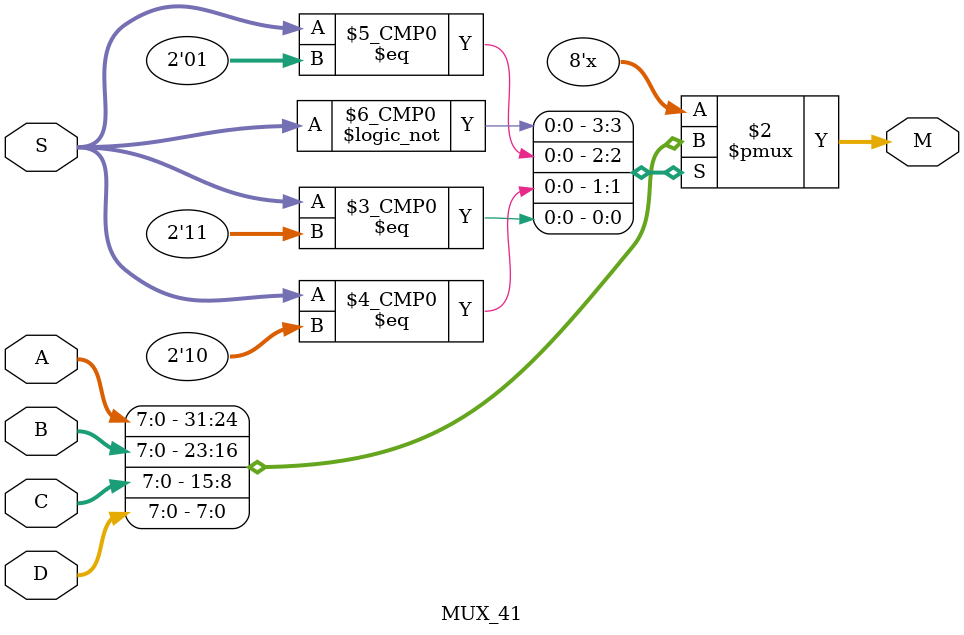
<source format=sv>
module MUX_41(
    input logic [7:0]A,
    input logic [7:0]B,
    input logic [7:0]C,
    input logic [7:0]D,
    input logic [1:0]S,
    output logic [7:0]M
);


always_comb
    begin
        case(S)
            2'b00: M = A;
            2'b01: M = B;
            2'b10: M = C;
            2'b11: M = D;
            default : M = A;
        endcase
    end
endmodule

</source>
